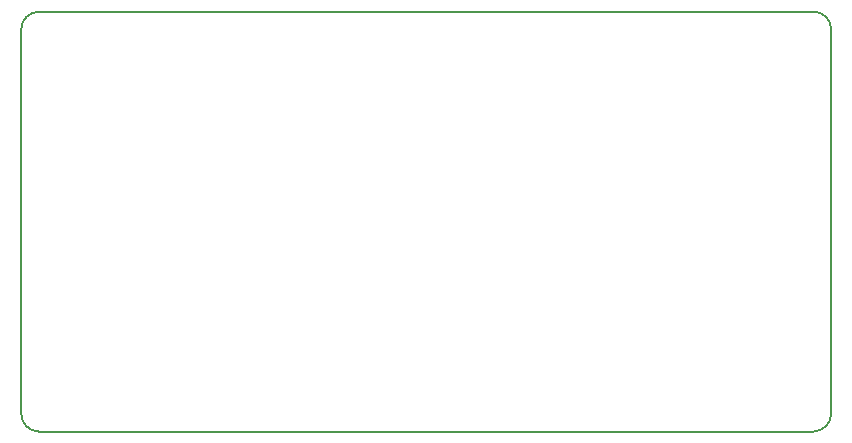
<source format=gbr>
%TF.GenerationSoftware,KiCad,Pcbnew,4.0.7-e2-6376~58~ubuntu17.04.1*%
%TF.CreationDate,2017-10-02T14:32:41+02:00*%
%TF.ProjectId,motion_led_pcb,6D6F74696F6E5F6C65645F7063622E6B,rev?*%
%TF.FileFunction,Profile,NP*%
%FSLAX46Y46*%
G04 Gerber Fmt 4.6, Leading zero omitted, Abs format (unit mm)*
G04 Created by KiCad (PCBNEW 4.0.7-e2-6376~58~ubuntu17.04.1) date Mon Oct  2 14:32:41 2017*
%MOMM*%
%LPD*%
G01*
G04 APERTURE LIST*
%ADD10C,0.100000*%
%ADD11C,0.150000*%
G04 APERTURE END LIST*
D10*
D11*
X68580000Y1524000D02*
X68580000Y34036000D01*
X1524000Y0D02*
X67056000Y0D01*
X0Y34036000D02*
X0Y1524000D01*
X1524000Y35560000D02*
X67056000Y35560000D01*
X1524000Y35560000D02*
G75*
G03X0Y34036000I0J-1524000D01*
G01*
X0Y1524000D02*
G75*
G03X1524000Y0I1524000J0D01*
G01*
X67056000Y0D02*
G75*
G03X68580000Y1524000I0J1524000D01*
G01*
X68580000Y34036000D02*
G75*
G03X67056000Y35560000I-1524000J0D01*
G01*
M02*

</source>
